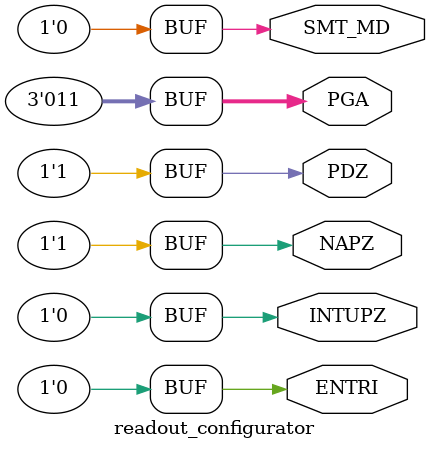
<source format=v>
module readout_configurator(
  SMT_MD, PDZ, NAPZ, ENTRI, INTUPZ, PGA,
);
  output SMT_MD, PDZ, NAPZ, ENTRI, INTUPZ;
  output [2:0] PGA;

  assign SMT_MD = 0; // Sequential mode
  assign PDZ = 1; // active low
  assign NAPZ = 1; // active low
  // TODO: Add explanation
  assign ENTRI = 0; // ???
  assign INTUPZ = 0; // ???
  assign PGA = 3; // ???
endmodule

</source>
